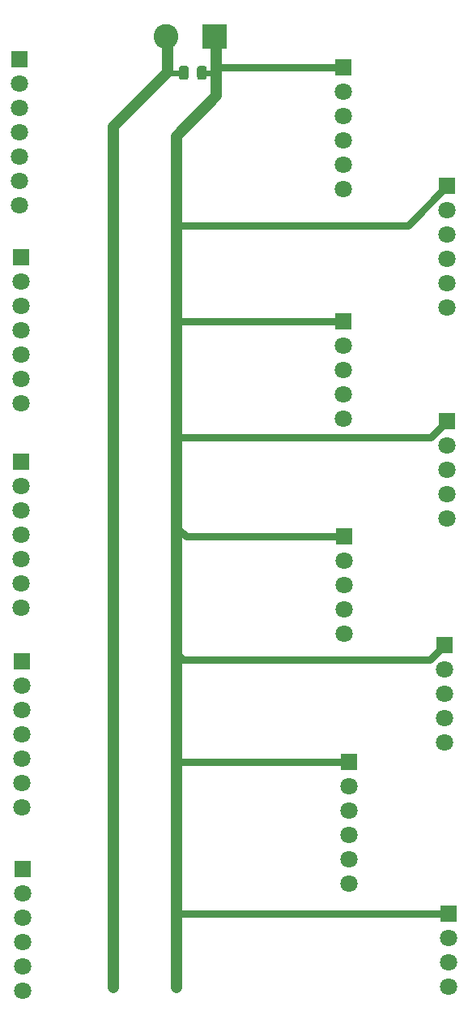
<source format=gbl>
%TF.GenerationSoftware,KiCad,Pcbnew,(5.1.10-1-10_14)*%
%TF.CreationDate,2022-05-12T15:34:21+03:00*%
%TF.ProjectId,Logic_signal_amplifier,4c6f6769-635f-4736-9967-6e616c5f616d,rev?*%
%TF.SameCoordinates,Original*%
%TF.FileFunction,Copper,L2,Bot*%
%TF.FilePolarity,Positive*%
%FSLAX46Y46*%
G04 Gerber Fmt 4.6, Leading zero omitted, Abs format (unit mm)*
G04 Created by KiCad (PCBNEW (5.1.10-1-10_14)) date 2022-05-12 15:34:21*
%MOMM*%
%LPD*%
G01*
G04 APERTURE LIST*
%TA.AperFunction,ComponentPad*%
%ADD10C,2.600000*%
%TD*%
%TA.AperFunction,ComponentPad*%
%ADD11R,2.600000X2.600000*%
%TD*%
%TA.AperFunction,ComponentPad*%
%ADD12C,1.800000*%
%TD*%
%TA.AperFunction,ComponentPad*%
%ADD13R,1.800000X1.800000*%
%TD*%
%TA.AperFunction,ViaPad*%
%ADD14C,0.800000*%
%TD*%
%TA.AperFunction,Conductor*%
%ADD15C,1.200000*%
%TD*%
%TA.AperFunction,Conductor*%
%ADD16C,0.600000*%
%TD*%
%TA.AperFunction,Conductor*%
%ADD17C,0.800000*%
%TD*%
G04 APERTURE END LIST*
D10*
%TO.P,J14,2*%
%TO.N,GND*%
X114220000Y-40700000D03*
D11*
%TO.P,J14,1*%
%TO.N,+5V*%
X119300000Y-40700000D03*
%TD*%
D12*
%TO.P,J13,4*%
%TO.N,8_cbvm3*%
X143700000Y-139820000D03*
%TO.P,J13,2*%
%TO.N,8_cbvm1*%
X143700000Y-134740000D03*
D13*
%TO.P,J13,1*%
%TO.N,+5V*%
X143700000Y-132200000D03*
D12*
%TO.P,J13,3*%
%TO.N,8_cbvm2*%
X143700000Y-137280000D03*
%TD*%
D13*
%TO.P,J12,1*%
%TO.N,+5V*%
X133300000Y-116400000D03*
D12*
%TO.P,J12,2*%
%TO.N,7_br1*%
X133300000Y-118940000D03*
%TO.P,J12,3*%
%TO.N,7_br2*%
X133300000Y-121480000D03*
%TO.P,J12,4*%
%TO.N,7_br3*%
X133300000Y-124020000D03*
%TO.P,J12,5*%
%TO.N,7_br4*%
X133300000Y-126560000D03*
%TO.P,J12,6*%
%TO.N,7_br5*%
X133300000Y-129100000D03*
%TD*%
%TO.P,J11,5*%
%TO.N,6_bvs4*%
X143300000Y-114360000D03*
%TO.P,J11,4*%
%TO.N,6_bvs3*%
X143300000Y-111820000D03*
%TO.P,J11,3*%
%TO.N,6_bvs2*%
X143300000Y-109280000D03*
%TO.P,J11,2*%
%TO.N,6_bvs1*%
X143300000Y-106740000D03*
D13*
%TO.P,J11,1*%
%TO.N,+5V*%
X143300000Y-104200000D03*
%TD*%
D12*
%TO.P,J10,5*%
%TO.N,5_bcm4*%
X132800000Y-103060000D03*
%TO.P,J10,4*%
%TO.N,5_bcm3*%
X132800000Y-100520000D03*
%TO.P,J10,3*%
%TO.N,5_bcm2*%
X132800000Y-97980000D03*
%TO.P,J10,2*%
%TO.N,5_bcm1*%
X132800000Y-95440000D03*
D13*
%TO.P,J10,1*%
%TO.N,+5V*%
X132800000Y-92900000D03*
%TD*%
D12*
%TO.P,J9,5*%
%TO.N,4_rp2*%
X143600000Y-90960000D03*
%TO.P,J9,4*%
%TO.N,4_rp1*%
X143600000Y-88420000D03*
%TO.P,J9,3*%
%TO.N,4_ecm2*%
X143600000Y-85880000D03*
%TO.P,J9,2*%
%TO.N,4_ecm1*%
X143600000Y-83340000D03*
D13*
%TO.P,J9,1*%
%TO.N,+5V*%
X143600000Y-80800000D03*
%TD*%
D12*
%TO.P,J8,5*%
%TO.N,3_ccm4*%
X132700000Y-80560000D03*
%TO.P,J8,4*%
%TO.N,3_ccm3*%
X132700000Y-78020000D03*
%TO.P,J8,3*%
%TO.N,3_ccm2*%
X132700000Y-75480000D03*
%TO.P,J8,2*%
%TO.N,3_ccm1*%
X132700000Y-72940000D03*
D13*
%TO.P,J8,1*%
%TO.N,+5V*%
X132700000Y-70400000D03*
%TD*%
%TO.P,J7,1*%
%TO.N,+5V*%
X143600000Y-56300000D03*
D12*
%TO.P,J7,2*%
%TO.N,2_bcs1*%
X143600000Y-58840000D03*
%TO.P,J7,3*%
%TO.N,2_bcs2*%
X143600000Y-61380000D03*
%TO.P,J7,4*%
%TO.N,2_bcs3*%
X143600000Y-63920000D03*
%TO.P,J7,5*%
%TO.N,2_bcs4*%
X143600000Y-66460000D03*
%TO.P,J7,6*%
%TO.N,2_bcs5*%
X143600000Y-69000000D03*
%TD*%
D13*
%TO.P,J6,1*%
%TO.N,+5V*%
X132700000Y-43900000D03*
D12*
%TO.P,J6,2*%
%TO.N,1_ccs1*%
X132700000Y-46440000D03*
%TO.P,J6,3*%
%TO.N,1_ccs2*%
X132700000Y-48980000D03*
%TO.P,J6,4*%
%TO.N,1_ccs3*%
X132700000Y-51520000D03*
%TO.P,J6,5*%
%TO.N,1_ccs4*%
X132700000Y-54060000D03*
%TO.P,J6,6*%
%TO.N,1_ccs5*%
X132700000Y-56600000D03*
%TD*%
D13*
%TO.P,J5,1*%
%TO.N,Net-(J5-Pad1)*%
X99200000Y-127600000D03*
D12*
%TO.P,J5,2*%
%TO.N,Net-(J5-Pad2)*%
X99200000Y-130140000D03*
%TO.P,J5,3*%
%TO.N,Net-(J5-Pad3)*%
X99200000Y-132680000D03*
%TO.P,J5,4*%
%TO.N,Net-(J5-Pad4)*%
X99200000Y-135220000D03*
%TO.P,J5,5*%
%TO.N,Net-(J5-Pad5)*%
X99200000Y-137760000D03*
%TO.P,J5,6*%
%TO.N,Net-(J5-Pad6)*%
X99200000Y-140300000D03*
%TD*%
%TO.P,J4,4*%
%TO.N,Net-(J4-Pad4)*%
X99100000Y-113520000D03*
%TO.P,J4,3*%
%TO.N,Net-(J4-Pad3)*%
X99100000Y-110980000D03*
%TO.P,J4,6*%
%TO.N,Net-(J4-Pad6)*%
X99100000Y-118600000D03*
D13*
%TO.P,J4,1*%
%TO.N,Net-(J4-Pad1)*%
X99100000Y-105900000D03*
D12*
%TO.P,J4,5*%
%TO.N,Net-(J4-Pad5)*%
X99100000Y-116060000D03*
%TO.P,J4,2*%
%TO.N,Net-(J4-Pad2)*%
X99100000Y-108440000D03*
%TO.P,J4,7*%
%TO.N,Net-(J4-Pad7)*%
X99100000Y-121140000D03*
%TD*%
%TO.P,J3,4*%
%TO.N,Net-(J3-Pad4)*%
X99000000Y-92660000D03*
%TO.P,J3,3*%
%TO.N,Net-(J3-Pad3)*%
X99000000Y-90120000D03*
%TO.P,J3,6*%
%TO.N,Net-(J3-Pad6)*%
X99000000Y-97740000D03*
D13*
%TO.P,J3,1*%
%TO.N,Net-(J3-Pad1)*%
X99000000Y-85040000D03*
D12*
%TO.P,J3,5*%
%TO.N,Net-(J3-Pad5)*%
X99000000Y-95200000D03*
%TO.P,J3,2*%
%TO.N,Net-(J3-Pad2)*%
X99000000Y-87580000D03*
%TO.P,J3,7*%
%TO.N,Net-(J3-Pad7)*%
X99000000Y-100280000D03*
%TD*%
%TO.P,J2,4*%
%TO.N,Net-(J2-Pad4)*%
X99000000Y-71320000D03*
%TO.P,J2,3*%
%TO.N,Net-(J2-Pad3)*%
X99000000Y-68780000D03*
%TO.P,J2,6*%
%TO.N,Net-(J2-Pad6)*%
X99000000Y-76400000D03*
D13*
%TO.P,J2,1*%
%TO.N,Net-(J2-Pad1)*%
X99000000Y-63700000D03*
D12*
%TO.P,J2,5*%
%TO.N,Net-(J2-Pad5)*%
X99000000Y-73860000D03*
%TO.P,J2,2*%
%TO.N,Net-(J2-Pad2)*%
X99000000Y-66240000D03*
%TO.P,J2,7*%
%TO.N,Net-(J2-Pad7)*%
X99000000Y-78940000D03*
%TD*%
%TO.P,J1,4*%
%TO.N,Net-(J1-Pad4)*%
X98900000Y-50720000D03*
%TO.P,J1,3*%
%TO.N,Net-(J1-Pad3)*%
X98900000Y-48180000D03*
%TO.P,J1,6*%
%TO.N,Net-(J1-Pad6)*%
X98900000Y-55800000D03*
D13*
%TO.P,J1,1*%
%TO.N,Net-(J1-Pad1)*%
X98900000Y-43100000D03*
D12*
%TO.P,J1,5*%
%TO.N,Net-(J1-Pad5)*%
X98900000Y-53260000D03*
%TO.P,J1,2*%
%TO.N,Net-(J1-Pad2)*%
X98900000Y-45640000D03*
%TO.P,J1,7*%
%TO.N,Net-(J1-Pad7)*%
X98900000Y-58340000D03*
%TD*%
%TO.P,C1,2*%
%TO.N,GND*%
%TA.AperFunction,SMDPad,CuDef*%
G36*
G01*
X116550000Y-44025000D02*
X116550000Y-44975000D01*
G75*
G02*
X116300000Y-45225000I-250000J0D01*
G01*
X115800000Y-45225000D01*
G75*
G02*
X115550000Y-44975000I0J250000D01*
G01*
X115550000Y-44025000D01*
G75*
G02*
X115800000Y-43775000I250000J0D01*
G01*
X116300000Y-43775000D01*
G75*
G02*
X116550000Y-44025000I0J-250000D01*
G01*
G37*
%TD.AperFunction*%
%TO.P,C1,1*%
%TO.N,+5V*%
%TA.AperFunction,SMDPad,CuDef*%
G36*
G01*
X118450000Y-44025000D02*
X118450000Y-44975000D01*
G75*
G02*
X118200000Y-45225000I-250000J0D01*
G01*
X117700000Y-45225000D01*
G75*
G02*
X117450000Y-44975000I0J250000D01*
G01*
X117450000Y-44025000D01*
G75*
G02*
X117700000Y-43775000I250000J0D01*
G01*
X118200000Y-43775000D01*
G75*
G02*
X118450000Y-44025000I0J-250000D01*
G01*
G37*
%TD.AperFunction*%
%TD*%
D14*
%TO.N,+5V*%
X115300000Y-139900000D03*
X115300000Y-120500000D03*
X115300000Y-98500000D03*
X115300000Y-61500000D03*
X115300000Y-78900000D03*
%TO.N,GND*%
X108700000Y-139900000D03*
X108700000Y-120300000D03*
X108700000Y-98300000D03*
X108700000Y-61600000D03*
X108700000Y-78900000D03*
%TD*%
D15*
%TO.N,+5V*%
X119480000Y-46920000D02*
X115300000Y-51100000D01*
X119480000Y-44520000D02*
X119480000Y-46920000D01*
D16*
X119460000Y-44500000D02*
X119480000Y-44520000D01*
X117950000Y-44500000D02*
X119460000Y-44500000D01*
D17*
X119500000Y-43900000D02*
X119480000Y-43880000D01*
D15*
X119480000Y-43880000D02*
X119480000Y-44520000D01*
D17*
X132700000Y-43900000D02*
X119500000Y-43900000D01*
D15*
X119480000Y-40900000D02*
X119480000Y-43880000D01*
D17*
X143600000Y-56300000D02*
X139500000Y-60400000D01*
X139500000Y-60400000D02*
X115300000Y-60400000D01*
D15*
X115300000Y-51100000D02*
X115300000Y-60400000D01*
D17*
X132700000Y-70400000D02*
X115500000Y-70400000D01*
X115500000Y-70400000D02*
X115300000Y-70600000D01*
D15*
X115300000Y-60400000D02*
X115300000Y-61500000D01*
D17*
X141900000Y-82500000D02*
X115300000Y-82500000D01*
X143600000Y-80800000D02*
X141900000Y-82500000D01*
D15*
X115300000Y-70600000D02*
X115300000Y-78900000D01*
D17*
X116300000Y-92900000D02*
X115300000Y-91900000D01*
X132800000Y-92900000D02*
X116300000Y-92900000D01*
D15*
X115300000Y-82500000D02*
X115300000Y-91900000D01*
D17*
X143300000Y-104200000D02*
X141799999Y-105700001D01*
X141799999Y-105700001D02*
X116000001Y-105700001D01*
X116000001Y-105700001D02*
X115300000Y-105000000D01*
D15*
X115300000Y-91900000D02*
X115300000Y-98500000D01*
X115300000Y-105000000D02*
X115300000Y-115200000D01*
D17*
X133300000Y-116400000D02*
X115600000Y-116400000D01*
X115600000Y-116400000D02*
X115300000Y-116100000D01*
D15*
X115300000Y-116100000D02*
X115300000Y-120500000D01*
X115300000Y-115200000D02*
X115300000Y-116100000D01*
D17*
X143700000Y-132200000D02*
X115400000Y-132200000D01*
X115400000Y-132200000D02*
X115300000Y-132300000D01*
D15*
X115300000Y-132300000D02*
X115300000Y-139900000D01*
X115300000Y-130200000D02*
X115300000Y-132300000D01*
X115300000Y-139900000D02*
X115300000Y-139900000D01*
X115300000Y-120500000D02*
X115300000Y-130200000D01*
X115300000Y-98500000D02*
X115300000Y-105000000D01*
X115300000Y-61500000D02*
X115300000Y-70600000D01*
X115300000Y-78900000D02*
X115300000Y-82500000D01*
%TO.N,GND*%
X114400000Y-40900000D02*
X114400000Y-43700000D01*
X114400000Y-43700000D02*
X114400000Y-44400000D01*
X114400000Y-44400000D02*
X108700000Y-50100000D01*
X108700000Y-50100000D02*
X108700000Y-61600000D01*
D16*
X114500000Y-44500000D02*
X114400000Y-44400000D01*
X116050000Y-44500000D02*
X114500000Y-44500000D01*
D15*
X108700000Y-139900000D02*
X108700000Y-139900000D01*
X108700000Y-120300000D02*
X108700000Y-139900000D01*
X108700000Y-98300000D02*
X108700000Y-120300000D01*
X108700000Y-61600000D02*
X108700000Y-78900000D01*
X108700000Y-78900000D02*
X108700000Y-98300000D01*
%TD*%
M02*

</source>
